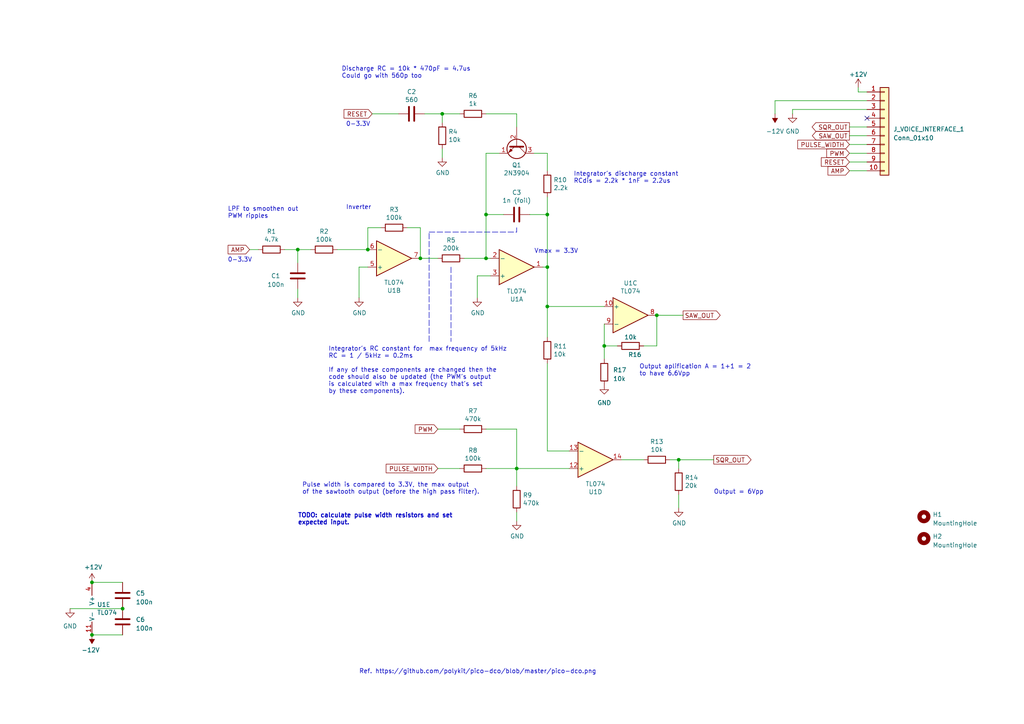
<source format=kicad_sch>
(kicad_sch (version 20230121) (generator eeschema)
  (paper "A4")
  (title_block (title "Single Voice DCO") (date "2023-03-31") (company "Shmøergh"))
  (lib_symbols
    (symbol "Amplifier_Operational:TL074" (pin_names (offset 0.127))
      (property "Reference" "U" (at 0 5.08 0))
      (property "Value" "TL074" (at 0 -5.08 0))
      (symbol "TL074_1_1"
        (polyline (pts (xy -5.08 5.08) (xy 5.08 0) (xy -5.08 -5.08) (xy -5.08 5.08)) (stroke (width 0.254)) (fill (type background)))
        (pin output line (at 7.62 0 180) (length 2.54) (name "~") (number "1"))
        (pin input line (at -7.62 -2.54 0) (length 2.54) (name "-") (number "2"))
        (pin input line (at -7.62 2.54 0) (length 2.54) (name "+") (number "3"))
      )
      (symbol "TL074_2_1"
        (polyline (pts (xy -5.08 5.08) (xy 5.08 0) (xy -5.08 -5.08) (xy -5.08 5.08)) (stroke (width 0.254)) (fill (type background)))
        (pin input line (at -7.62 2.54 0) (length 2.54) (name "+") (number "5"))
        (pin input line (at -7.62 -2.54 0) (length 2.54) (name "-") (number "6"))
        (pin output line (at 7.62 0 180) (length 2.54) (name "~") (number "7"))
      )
      (symbol "TL074_3_1"
        (polyline (pts (xy -5.08 5.08) (xy 5.08 0) (xy -5.08 -5.08) (xy -5.08 5.08)) (stroke (width 0.254)) (fill (type background)))
        (pin input line (at -7.62 2.54 0) (length 2.54) (name "+") (number "10"))
        (pin output line (at 7.62 0 180) (length 2.54) (name "~") (number "8"))
        (pin input line (at -7.62 -2.54 0) (length 2.54) (name "-") (number "9"))
      )
      (symbol "TL074_4_1"
        (polyline (pts (xy -5.08 5.08) (xy 5.08 0) (xy -5.08 -5.08) (xy -5.08 5.08)) (stroke (width 0.254)) (fill (type background)))
        (pin input line (at -7.62 2.54 0) (length 2.54) (name "+") (number "12"))
        (pin input line (at -7.62 -2.54 0) (length 2.54) (name "-") (number "13"))
        (pin output line (at 7.62 0 180) (length 2.54) (name "~") (number "14"))
      )
      (symbol "TL074_5_1"
        (pin power_in line (at -2.54 -7.62 90) (length 3.81) (name "V-") (number "11"))
        (pin power_in line (at -2.54 7.62 270) (length 3.81) (name "V+") (number "4"))
      )
    )
    (symbol "Connector_Generic:Conn_01x10" (pin_names (offset 1.016) hide)
      (property "Reference" "J" (at 0 12.7 0))
      (property "Value" "Conn_01x10" (at 0 -15.24 0))
      (symbol "Conn_01x10_1_1"
        (rectangle (start -1.27 -12.573) (end 0 -12.827) (stroke (width 0.1524)))
        (rectangle (start -1.27 -10.033) (end 0 -10.287) (stroke (width 0.1524)))
        (rectangle (start -1.27 -7.493) (end 0 -7.747) (stroke (width 0.1524)))
        (rectangle (start -1.27 -4.953) (end 0 -5.207) (stroke (width 0.1524)))
        (rectangle (start -1.27 -2.413) (end 0 -2.667) (stroke (width 0.1524)))
        (rectangle (start -1.27 0.127) (end 0 -0.127) (stroke (width 0.1524)))
        (rectangle (start -1.27 2.667) (end 0 2.413) (stroke (width 0.1524)))
        (rectangle (start -1.27 5.207) (end 0 4.953) (stroke (width 0.1524)))
        (rectangle (start -1.27 7.747) (end 0 7.493) (stroke (width 0.1524)))
        (rectangle (start -1.27 10.287) (end 0 10.033) (stroke (width 0.1524)))
        (rectangle (start -1.27 11.43) (end 1.27 -13.97) (stroke (width 0.254)) (fill (type background)))
        (pin passive line (at -5.08 10.16 0) (length 3.81) (name "Pin_1") (number "1"))
        (pin passive line (at -5.08 -12.7 0) (length 3.81) (name "Pin_10") (number "10"))
        (pin passive line (at -5.08 7.62 0) (length 3.81) (name "Pin_2") (number "2"))
        (pin passive line (at -5.08 5.08 0) (length 3.81) (name "Pin_3") (number "3"))
        (pin passive line (at -5.08 2.54 0) (length 3.81) (name "Pin_4") (number "4"))
        (pin passive line (at -5.08 0 0) (length 3.81) (name "Pin_5") (number "5"))
        (pin passive line (at -5.08 -2.54 0) (length 3.81) (name "Pin_6") (number "6"))
        (pin passive line (at -5.08 -5.08 0) (length 3.81) (name "Pin_7") (number "7"))
        (pin passive line (at -5.08 -7.62 0) (length 3.81) (name "Pin_8") (number "8"))
        (pin passive line (at -5.08 -10.16 0) (length 3.81) (name "Pin_9") (number "9"))
      )
    )
    (symbol "Device:C" (pin_numbers hide) (pin_names (offset 0.254))
      (property "Reference" "C" (at 0.635 2.54 0))
      (property "Value" "C" (at 0.635 -2.54 0))
      (symbol "C_0_1"
        (polyline (pts (xy -2.032 -0.762) (xy 2.032 -0.762)) (stroke (width 0.508)))
        (polyline (pts (xy -2.032 0.762) (xy 2.032 0.762)) (stroke (width 0.508)))
      )
      (symbol "C_1_1"
        (pin passive line (at 0 3.81 270) (length 2.794) (name "~") (number "1"))
        (pin passive line (at 0 -3.81 90) (length 2.794) (name "~") (number "2"))
      )
    )
    (symbol "Device:R" (pin_numbers hide) (pin_names (offset 0))
      (property "Reference" "R" (at 2.032 0 90))
      (property "Value" "R" (at 0 0 90))
      (symbol "R_0_1"
        (rectangle (start -1.016 -2.54) (end 1.016 2.54) (stroke (width 0.254)))
      )
      (symbol "R_1_1"
        (pin passive line (at 0 3.81 270) (length 1.27) (name "~") (number "1"))
        (pin passive line (at 0 -3.81 90) (length 1.27) (name "~") (number "2"))
      )
    )
    (symbol "Mechanical:MountingHole" (pin_names (offset 1.016))
      (property "Reference" "H" (at 0 5.08 0))
      (property "Value" "MountingHole" (at 0 3.175 0))
      (symbol "MountingHole_0_1"
        (circle (center 0 0) (radius 1.27) (stroke (width 1.27)))
      )
    )
    (symbol "Transistor_BJT:2N3904" (pin_names (offset 0) hide)
      (property "Reference" "Q" (at 5.08 1.905 0))
      (property "Value" "2N3904" (at 5.08 0 0))
      (symbol "2N3904_0_1"
        (polyline (pts (xy 0.635 0.635) (xy 2.54 2.54)))
        (polyline (pts (xy 0.635 -0.635) (xy 2.54 -2.54) (xy 2.54 -2.54)))
        (polyline (pts (xy 0.635 1.905) (xy 0.635 -1.905) (xy 0.635 -1.905)) (stroke (width 0.508)))
        (polyline (pts (xy 1.27 -1.778) (xy 1.778 -1.27) (xy 2.286 -2.286) (xy 1.27 -1.778) (xy 1.27 -1.778)) (fill (type outline)))
        (circle (center 1.27 0) (radius 2.8194) (stroke (width 0.254)))
      )
      (symbol "2N3904_1_1"
        (pin passive line (at 2.54 -5.08 90) (length 2.54) (name "E") (number "1"))
        (pin passive line (at -5.08 0 0) (length 5.715) (name "B") (number "2"))
        (pin passive line (at 2.54 5.08 270) (length 2.54) (name "C") (number "3"))
      )
    )
    (symbol "power:+12V" (power) (pin_names (offset 0))
      (property "Value" "+12V" (at 0 3.556 0))
      (symbol "+12V_0_1"
        (polyline (pts (xy -0.762 1.27) (xy 0 2.54)))
        (polyline (pts (xy 0 0) (xy 0 2.54)))
        (polyline (pts (xy 0 2.54) (xy 0.762 1.27)))
      )
      (symbol "+12V_1_1"
        (pin power_in line (at 0 0 90) (length 0) hide (name "+12V") (number "1"))
      )
    )
    (symbol "power:-12V" (power) (pin_names (offset 0))
      (property "Value" "-12V" (at 0 3.81 0))
      (symbol "-12V_0_0"
        (pin power_in line (at 0 0 90) (length 0) hide (name "-12V") (number "1"))
      )
      (symbol "-12V_0_1"
        (polyline (pts (xy 0 0) (xy 0 1.27) (xy 0.762 1.27) (xy 0 2.54) (xy -0.762 1.27) (xy 0 1.27)) (fill (type outline)))
      )
    )
    (symbol "power:GND" (power) (pin_names (offset 0))
      (property "Value" "GND" (at 0 -3.81 0))
      (symbol "GND_0_1"
        (polyline (pts (xy 0 0) (xy 0 -1.27) (xy 1.27 -1.27) (xy 0 -2.54) (xy -1.27 -1.27) (xy 0 -1.27)))
      )
      (symbol "GND_1_1"
        (pin power_in line (at 0 0 270) (length 0) hide (name "GND") (number "1"))
      )
    )
  )
  (junction (at 140.97 62.23))
  (junction (at 86.36 72.39))
  (junction (at 175.26 100.33))
  (junction (at 158.75 77.47))
  (junction (at 190.5 91.44))
  (junction (at 35.56 176.53))
  (junction (at 128.27 33.02))
  (junction (at 149.86 135.89))
  (junction (at 158.75 88.9))
  (junction (at 196.85 133.35))
  (junction (at 140.97 74.93))
  (junction (at 106.68 72.39))
  (junction (at 158.75 62.23))
  (junction (at 26.67 184.15))
  (junction (at 26.67 168.91))
  (junction (at 121.92 74.93))
  (no_connect (at 251.46 34.29))
  (wire (pts (xy 246.38 46.99) (xy 251.46 46.99)))
  (wire (pts (xy 158.75 62.23) (xy 158.75 57.15)))
  (wire (pts (xy 142.24 80.01) (xy 138.43 80.01)))
  (wire (pts (xy 158.75 77.47) (xy 158.75 88.9)))
  (wire (pts (xy 190.5 91.44) (xy 198.12 91.44)))
  (wire (pts (xy 175.26 100.33) (xy 179.07 100.33)))
  (wire (pts (xy 165.1 135.89) (xy 149.86 135.89)))
  (wire (pts (xy 86.36 76.2) (xy 86.36 72.39)))
  (wire (pts (xy 26.67 184.15) (xy 35.56 184.15)))
  (wire (pts (xy 127 135.89) (xy 133.35 135.89)))
  (wire (pts (xy 138.43 80.01) (xy 138.43 86.36)))
  (wire (pts (xy 149.86 148.59) (xy 149.86 151.13)))
  (wire (pts (xy 180.34 133.35) (xy 186.69 133.35)))
  (wire (pts (xy 190.5 100.33) (xy 190.5 91.44)))
  (wire (pts (xy 86.36 72.39) (xy 90.17 72.39)))
  (polyline (pts (xy 149.86 66.04) (xy 149.86 67.31)) (stroke (width 0) (type dash)))
  (wire (pts (xy 127 124.46) (xy 133.35 124.46)))
  (wire (pts (xy 128.27 35.56) (xy 128.27 33.02)))
  (wire (pts (xy 157.48 77.47) (xy 158.75 77.47)))
  (wire (pts (xy 121.92 66.04) (xy 121.92 74.93)))
  (wire (pts (xy 104.14 77.47) (xy 104.14 86.36)))
  (wire (pts (xy 246.38 39.37) (xy 251.46 39.37)))
  (wire (pts (xy 158.75 88.9) (xy 175.26 88.9)))
  (wire (pts (xy 224.79 29.21) (xy 251.46 29.21)))
  (wire (pts (xy 140.97 33.02) (xy 149.86 33.02)))
  (wire (pts (xy 106.68 77.47) (xy 104.14 77.47)))
  (wire (pts (xy 175.26 93.98) (xy 175.26 100.33)))
  (wire (pts (xy 20.32 176.53) (xy 35.56 176.53)))
  (polyline (pts (xy 130.81 77.47) (xy 130.81 99.06)) (stroke (width 0) (type dash)))
  (wire (pts (xy 175.26 100.33) (xy 175.26 104.14)))
  (wire (pts (xy 158.75 62.23) (xy 153.67 62.23)))
  (wire (pts (xy 186.69 100.33) (xy 190.5 100.33)))
  (wire (pts (xy 248.92 26.67) (xy 251.46 26.67)))
  (wire (pts (xy 140.97 62.23) (xy 140.97 74.93)))
  (wire (pts (xy 72.39 72.39) (xy 74.93 72.39)))
  (wire (pts (xy 246.38 36.83) (xy 251.46 36.83)))
  (wire (pts (xy 149.86 135.89) (xy 140.97 135.89)))
  (wire (pts (xy 165.1 130.81) (xy 158.75 130.81)))
  (wire (pts (xy 149.86 33.02) (xy 149.86 36.83)))
  (wire (pts (xy 248.92 25.4) (xy 248.92 26.67)))
  (wire (pts (xy 229.87 31.75) (xy 251.46 31.75)))
  (wire (pts (xy 128.27 43.18) (xy 128.27 45.72)))
  (wire (pts (xy 246.38 41.91) (xy 251.46 41.91)))
  (wire (pts (xy 158.75 130.81) (xy 158.75 105.41)))
  (wire (pts (xy 158.75 77.47) (xy 158.75 62.23)))
  (wire (pts (xy 86.36 83.82) (xy 86.36 86.36)))
  (wire (pts (xy 229.87 33.02) (xy 229.87 31.75)))
  (wire (pts (xy 194.31 133.35) (xy 196.85 133.35)))
  (wire (pts (xy 107.95 33.02) (xy 115.57 33.02)))
  (wire (pts (xy 224.79 33.02) (xy 224.79 29.21)))
  (wire (pts (xy 144.78 44.45) (xy 140.97 44.45)))
  (wire (pts (xy 110.49 66.04) (xy 106.68 66.04)))
  (wire (pts (xy 154.94 44.45) (xy 158.75 44.45)))
  (wire (pts (xy 106.68 66.04) (xy 106.68 72.39)))
  (polyline (pts (xy 124.46 67.31) (xy 149.86 67.31)) (stroke (width 0) (type dash)))
  (wire (pts (xy 134.62 74.93) (xy 140.97 74.93)))
  (wire (pts (xy 97.79 72.39) (xy 106.68 72.39)))
  (wire (pts (xy 196.85 133.35) (xy 196.85 135.89)))
  (wire (pts (xy 246.38 49.53) (xy 251.46 49.53)))
  (wire (pts (xy 196.85 133.35) (xy 207.01 133.35)))
  (wire (pts (xy 246.38 44.45) (xy 251.46 44.45)))
  (wire (pts (xy 140.97 74.93) (xy 142.24 74.93)))
  (wire (pts (xy 140.97 44.45) (xy 140.97 62.23)))
  (wire (pts (xy 123.19 33.02) (xy 128.27 33.02)))
  (wire (pts (xy 158.75 88.9) (xy 158.75 97.79)))
  (wire (pts (xy 128.27 33.02) (xy 133.35 33.02)))
  (wire (pts (xy 158.75 49.53) (xy 158.75 44.45)))
  (wire (pts (xy 82.55 72.39) (xy 86.36 72.39)))
  (wire (pts (xy 140.97 62.23) (xy 146.05 62.23)))
  (wire (pts (xy 196.85 143.51) (xy 196.85 147.32)))
  (wire (pts (xy 26.67 168.91) (xy 35.56 168.91)))
  (wire (pts (xy 149.86 124.46) (xy 149.86 135.89)))
  (wire (pts (xy 149.86 135.89) (xy 149.86 140.97)))
  (wire (pts (xy 149.86 124.46) (xy 140.97 124.46)))
  (wire (pts (xy 121.92 74.93) (xy 127 74.93)))
  (polyline (pts (xy 124.46 99.06) (xy 124.46 67.31)) (stroke (width 0) (type dash)))
  (wire (pts (xy 118.11 66.04) (xy 121.92 66.04)))
  (text "Pulse width is compared to 3.3V, the max output\nof the sawtooth output (before the high pass filter)." (at 87.63 143.51 0) (effects (font (size 1.27 1.27)) (justify left bottom)))
  (text "Inverter" (at 100.33 60.96 0) (effects (font (size 1.27 1.27)) (justify left bottom)))
  (text "Idea: can I use the amp input \nfor envelope control?" (at -49.53 96.52 0) (effects (font (size 1.27 1.27) (thickness 0.254) bold) (justify left bottom)))
  (text "Vmax = 3.3V" (at 154.94 73.66 0) (effects (font (size 1.27 1.27)) (justify left bottom)))
  (text "TODO: calculate pulse width resistors and set\nexpected input." (at 86.36 152.4 0) (effects (font (size 1.27 1.27) (thickness 0.254) bold) (justify left bottom)))
  (text "Output = 6Vpp" (at 207.01 143.51 0) (effects (font (size 1.27 1.27)) (justify left bottom)))
  (text "0-3.3V" (at 66.04 76.2 0) (effects (font (size 1.27 1.27)) (justify left bottom)))
  (text "charge_voltage = target_voltage * note_frequency / max_frequency\n\nwhere\nmax_frequency = 5kHz\ntarget_voltage = 3.3V\n\nSet frequency and amp to 0 to close output" (at -74.93 34.29 0) (effects (font (size 1.27 1.27)) (justify left bottom)))
  (text "Output aplification A = 1+1 = 2\nto have 6.6Vpp" (at 185.42 109.22 0) (effects (font (size 1.27 1.27)) (justify left bottom)))
  (text "Integrator's discharge constant\nRCdis = 2.2k * 1nF = 2.2us" (at 166.37 53.34 0) (effects (font (size 1.27 1.27)) (justify left bottom)))
  (text "Note: there's no AC coupling on the outout\nof these voice cards. This assumes there's\nAC coupling happening somewhere along\nthe signal path." (at -74.93 46.99 0) (effects (font (size 1.27 1.27)) (justify left bottom)))
  (text "LPF to smoothen out\nPWM ripples" (at 66.04 63.5 0) (effects (font (size 1.27 1.27)) (justify left bottom)))
  (text "Discharge RC = 10k * 470pF = 4.7us\nCould go with 560p too" (at 99.06 22.86 0) (effects (font (size 1.27 1.27)) (justify left bottom)))
  (text "Integrator's RC constant for  max frequency of 5kHz\nRC = 1 / 5kHz = 0.2ms\n\nIf any of these components are changed then the \ncode should also be updated (the PWM's output\nis calculated with a max frequency that's set\nby these components)." (at 95.25 114.3 0) (effects (font (size 1.27 1.27)) (justify left bottom)))
  (text "0-3.3V" (at 100.33 36.83 0) (effects (font (size 1.27 1.27)) (justify left bottom)))
  (text "Ref. https://github.com/polykit/pico-dco/blob/master/pico-dco.png" (at 104.14 195.58 0) (effects (font (size 1.27 1.27)) (justify left bottom)))
  (global_label "PULSE_WIDTH" (shape input) (at 246.38 41.91 180) (property "Intersheetrefs" "${INTERSHEET_REFS}" (effects hide)))
  (global_label "RESET" (shape input) (at 107.95 33.02 180) (property "Intersheetrefs" "${INTERSHEET_REFS}" (effects hide)))
  (global_label "PWM" (shape input) (at 246.38 44.45 180) (property "Intersheetrefs" "${INTERSHEET_REFS}" (effects hide)))
  (global_label "AMP" (shape input) (at 246.38 49.53 180) (property "Intersheetrefs" "${INTERSHEET_REFS}" (effects hide)))
  (global_label "PWM" (shape input) (at 127 124.46 180) (property "Intersheetrefs" "${INTERSHEET_REFS}" (effects hide)))
  (global_label "SQR_OUT" (shape output) (at 207.01 133.35 0) (property "Intersheetrefs" "${INTERSHEET_REFS}" (effects hide)))
  (global_label "AMP" (shape input) (at 72.39 72.39 180) (property "Intersheetrefs" "${INTERSHEET_REFS}" (effects hide)))
  (global_label "RESET" (shape input) (at 246.38 46.99 180) (property "Intersheetrefs" "${INTERSHEET_REFS}" (effects hide)))
  (global_label "SAW_OUT" (shape output) (at 198.12 91.44 0) (property "Intersheetrefs" "${INTERSHEET_REFS}" (effects hide)))
  (global_label "SAW_OUT" (shape output) (at 246.38 39.37 180) (property "Intersheetrefs" "${INTERSHEET_REFS}" (effects hide)))
  (global_label "PULSE_WIDTH" (shape input) (at 127 135.89 180) (property "Intersheetrefs" "${INTERSHEET_REFS}" (effects hide)))
  (global_label "SQR_OUT" (shape output) (at 246.38 36.83 180) (property "Intersheetrefs" "${INTERSHEET_REFS}" (effects hide)))
  (symbol (lib_id "Connector_Generic:Conn_01x10") (at 256.54 36.83 0) (unit 1)
    (property "Reference" "J_VOICE_INTERFACE_1" (at 259.08 37.465 0) (effects (justify left)))
    (property "Value" "Conn_01x10" (at 259.08 40.005 0) (effects (justify left)))
    (property "Footprint" "Connector_PinHeader_2.54mm:PinHeader_1x10_P2.54mm_Vertical" (effects hide))
  )
  (symbol (lib_id "Device:C") (at 119.38 33.02 270) (unit 1)
    (property "Reference" "C2" (at 119.38 26.6192 90))
    (property "Value" "560" (at 119.38 28.9306 90))
    (property "Footprint" "Capacitor_THT:C_Disc_D3.4mm_W2.1mm_P2.50mm" (effects hide))
  )
  (symbol (lib_id "Device:R") (at 182.88 100.33 90) (unit 1)
    (property "Reference" "R16" (at 184.15 102.87 90))
    (property "Value" "10k" (at 182.88 97.79 90))
    (property "Footprint" "Shmoergh_Custom_Footprints:R_Axial_DIN0207_L6.3mm_D2.5mm_P7.62mm_Horizontal" (effects hide))
  )
  (symbol (lib_id "Device:R") (at 114.3 66.04 270) (unit 1)
    (property "Reference" "R3" (at 114.3 60.7822 90))
    (property "Value" "100k" (at 114.3 63.0936 90))
    (property "Footprint" "Shmoergh_Custom_Footprints:R_Axial_DIN0207_L6.3mm_D2.5mm_P7.62mm_Horizontal" (effects hide))
  )
  (symbol (lib_id "Device:R") (at 137.16 124.46 90) (unit 1)
    (property "Reference" "R7" (at 137.16 119.2022 90))
    (property "Value" "470k" (at 137.16 121.5136 90))
    (property "Footprint" "Shmoergh_Custom_Footprints:R_Axial_DIN0207_L6.3mm_D2.5mm_P7.62mm_Horizontal" (effects hide))
  )
  (symbol (lib_id "power:GND") (at 196.85 147.32 0) (unit 1)
    (property "Reference" "#PWR07" (effects hide))
    (property "Value" "GND" (at 196.977 151.7142 0))
  )
  (symbol (lib_id "power:GND") (at 229.87 33.02 0) (unit 1)
    (property "Reference" "#PWR010" (effects hide))
    (property "Value" "GND" (at 229.87 38.1 0))
  )
  (symbol (lib_id "Device:C") (at 149.86 62.23 270) (unit 1)
    (property "Reference" "C3" (at 149.86 55.8292 90))
    (property "Value" "1n (foil)" (at 149.86 58.1406 90))
    (property "Footprint" "Capacitor_THT:C_Rect_L7.2mm_W4.5mm_P5.00mm_FKS2_FKP2_MKS2_MKP2" (effects hide))
  )
  (symbol (lib_id "Device:R") (at 175.26 107.95 0) (unit 1)
    (property "Reference" "R17" (at 177.8 107.315 0) (effects (justify left)))
    (property "Value" "10k" (at 177.8 109.855 0) (effects (justify left)))
    (property "Footprint" "Shmoergh_Custom_Footprints:R_Axial_DIN0207_L6.3mm_D2.5mm_P7.62mm_Horizontal" (effects hide))
  )
  (symbol (lib_id "Device:R") (at 137.16 135.89 90) (unit 1)
    (property "Reference" "R8" (at 137.16 130.6322 90))
    (property "Value" "100k" (at 137.16 132.9436 90))
    (property "Footprint" "Shmoergh_Custom_Footprints:R_Axial_DIN0207_L6.3mm_D2.5mm_P7.62mm_Horizontal" (effects hide))
  )
  (symbol (lib_id "power:GND") (at 128.27 45.72 0) (unit 1)
    (property "Reference" "#PWR03" (effects hide))
    (property "Value" "GND" (at 128.397 50.1142 0))
  )
  (symbol (lib_id "power:GND") (at 138.43 86.36 0) (unit 1)
    (property "Reference" "#PWR04" (effects hide))
    (property "Value" "GND" (at 138.557 90.7542 0))
  )
  (symbol (lib_id "power:-12V") (at 26.67 184.15 180) (unit 1)
    (property "Reference" "#PWR09" (effects hide))
    (property "Value" "-12V" (at 26.289 188.5442 0))
  )
  (symbol (lib_id "Transistor_BJT:2N3904") (at 149.86 41.91 270) (unit 1)
    (property "Reference" "Q1" (at 149.86 47.879 90))
    (property "Value" "2N3904" (at 149.86 50.1904 90))
    (property "Footprint" "Package_TO_SOT_THT:TO-92_Wide" (effects hide))
    (property "Datasheet" "https://www.onsemi.com/pub/Collateral/2N3903-D.PDF" (effects hide))
  )
  (symbol (lib_id "Mechanical:MountingHole") (at 267.97 149.86 0) (unit 1)
    (property "Reference" "H1" (at 270.51 149.225 0) (effects (justify left)))
    (property "Value" "MountingHole" (at 270.51 151.765 0) (effects (justify left)))
    (property "Footprint" "MountingHole:MountingHole_3mm_Pad" (effects hide))
  )
  (symbol (lib_id "Device:R") (at 137.16 33.02 270) (unit 1)
    (property "Reference" "R6" (at 137.16 27.7622 90))
    (property "Value" "1k" (at 137.16 30.0736 90))
    (property "Footprint" "Shmoergh_Custom_Footprints:R_Axial_DIN0207_L6.3mm_D2.5mm_P7.62mm_Horizontal" (effects hide))
  )
  (symbol (lib_id "Device:R") (at 190.5 133.35 270) (unit 1)
    (property "Reference" "R13" (at 190.5 128.0922 90))
    (property "Value" "10k" (at 190.5 130.4036 90))
    (property "Footprint" "Shmoergh_Custom_Footprints:R_Axial_DIN0207_L6.3mm_D2.5mm_P7.62mm_Horizontal" (effects hide))
  )
  (symbol (lib_id "Device:R") (at 158.75 101.6 180) (unit 1)
    (property "Reference" "R11" (at 160.528 100.4316 0) (effects (justify right)))
    (property "Value" "10k" (at 160.528 102.743 0) (effects (justify right)))
    (property "Footprint" "Shmoergh_Custom_Footprints:R_Axial_DIN0207_L6.3mm_D2.5mm_P7.62mm_Horizontal" (effects hide))
  )
  (symbol (lib_id "Amplifier_Operational:TL074") (at 149.86 77.47 0) (mirror x) (unit 1)
    (property "Reference" "U1" (at 149.86 86.7918 0))
    (property "Value" "TL074" (at 149.86 84.4804 0))
    (property "Footprint" "Package_DIP:DIP-14_W7.62mm_Socket_LongPads" (effects hide))
    (property "Datasheet" "http://www.ti.com/lit/ds/symlink/tl071.pdf" (effects hide))
  )
  (symbol (lib_id "Device:R") (at 93.98 72.39 270) (unit 1)
    (property "Reference" "R2" (at 93.98 67.1322 90))
    (property "Value" "100k" (at 93.98 69.4436 90))
    (property "Footprint" "Shmoergh_Custom_Footprints:R_Axial_DIN0207_L6.3mm_D2.5mm_P7.62mm_Horizontal" (effects hide))
  )
  (symbol (lib_id "Amplifier_Operational:TL074") (at 172.72 133.35 0) (mirror x) (unit 4)
    (property "Reference" "U1" (at 172.72 142.6718 0))
    (property "Value" "TL074" (at 172.72 140.3604 0))
    (property "Footprint" "Package_DIP:DIP-14_W7.62mm_Socket_LongPads" (effects hide))
    (property "Datasheet" "http://www.ti.com/lit/ds/symlink/tl071.pdf" (effects hide))
  )
  (symbol (lib_id "power:GND") (at 20.32 176.53 0) (unit 1)
    (property "Reference" "#PWR013" (effects hide))
    (property "Value" "GND" (at 20.32 181.61 0))
  )
  (symbol (lib_id "power:GND") (at 86.36 86.36 0) (unit 1)
    (property "Reference" "#PWR01" (effects hide))
    (property "Value" "GND" (at 86.487 90.7542 0))
  )
  (symbol (lib_id "Device:R") (at 196.85 139.7 0) (unit 1)
    (property "Reference" "R14" (at 198.628 138.5316 0) (effects (justify left)))
    (property "Value" "20k" (at 198.628 140.843 0) (effects (justify left)))
    (property "Footprint" "Shmoergh_Custom_Footprints:R_Axial_DIN0207_L6.3mm_D2.5mm_P7.62mm_Horizontal" (effects hide))
  )
  (symbol (lib_id "Device:R") (at 149.86 144.78 0) (unit 1)
    (property "Reference" "R9" (at 151.638 143.6116 0) (effects (justify left)))
    (property "Value" "470k" (at 151.638 145.923 0) (effects (justify left)))
    (property "Footprint" "Shmoergh_Custom_Footprints:R_Axial_DIN0207_L6.3mm_D2.5mm_P7.62mm_Horizontal" (effects hide))
  )
  (symbol (lib_id "Mechanical:MountingHole") (at 267.97 156.21 0) (unit 1)
    (property "Reference" "H2" (at 270.51 155.575 0) (effects (justify left)))
    (property "Value" "MountingHole" (at 270.51 158.115 0) (effects (justify left)))
    (property "Footprint" "MountingHole:MountingHole_3mm_Pad" (effects hide))
  )
  (symbol (lib_id "power:GND") (at 104.14 86.36 0) (unit 1)
    (property "Reference" "#PWR02" (effects hide))
    (property "Value" "GND" (at 104.267 90.7542 0))
  )
  (symbol (lib_id "power:GND") (at 175.26 111.76 0) (unit 1)
    (property "Reference" "#PWR014" (effects hide))
    (property "Value" "GND" (at 175.26 116.84 0))
  )
  (symbol (lib_id "Amplifier_Operational:TL074") (at 114.3 74.93 0) (mirror x) (unit 2)
    (property "Reference" "U1" (at 114.3 84.2518 0))
    (property "Value" "TL074" (at 114.3 81.9404 0))
    (property "Footprint" "Package_DIP:DIP-14_W7.62mm_Socket_LongPads" (effects hide))
    (property "Datasheet" "http://www.ti.com/lit/ds/symlink/tl071.pdf" (effects hide))
  )
  (symbol (lib_id "power:-12V") (at 224.79 33.02 180) (unit 1)
    (property "Reference" "#PWR011" (effects hide))
    (property "Value" "-12V" (at 224.79 38.1 0))
  )
  (symbol (lib_id "power:+12V") (at 26.67 168.91 0) (unit 1)
    (property "Reference" "#PWR08" (effects hide))
    (property "Value" "+12V" (at 27.051 164.5158 0))
  )
  (symbol (lib_id "Device:R") (at 78.74 72.39 270) (unit 1)
    (property "Reference" "R1" (at 78.74 67.1322 90))
    (property "Value" "4.7k" (at 78.74 69.4436 90))
    (property "Footprint" "Shmoergh_Custom_Footprints:R_Axial_DIN0207_L6.3mm_D2.5mm_P7.62mm_Horizontal" (effects hide))
  )
  (symbol (lib_id "Device:C") (at 35.56 172.72 0) (unit 1)
    (property "Reference" "C5" (at 39.37 172.085 0) (effects (justify left)))
    (property "Value" "100n" (at 39.37 174.625 0) (effects (justify left)))
    (property "Footprint" "Capacitor_THT:C_Disc_D3.4mm_W2.1mm_P2.50mm" (effects hide))
  )
  (symbol (lib_id "power:GND") (at 149.86 151.13 0) (unit 1)
    (property "Reference" "#PWR05" (effects hide))
    (property "Value" "GND" (at 149.987 155.5242 0))
  )
  (symbol (lib_id "power:+12V") (at 248.92 25.4 0) (unit 1)
    (property "Reference" "#PWR012" (effects hide))
    (property "Value" "+12V" (at 248.92 21.59 0))
  )
  (symbol (lib_id "Device:R") (at 128.27 39.37 0) (unit 1)
    (property "Reference" "R4" (at 130.048 38.2016 0) (effects (justify left)))
    (property "Value" "10k" (at 130.048 40.513 0) (effects (justify left)))
    (property "Footprint" "Shmoergh_Custom_Footprints:R_Axial_DIN0207_L6.3mm_D2.5mm_P7.62mm_Horizontal" (effects hide))
  )
  (symbol (lib_id "Device:R") (at 130.81 74.93 270) (unit 1)
    (property "Reference" "R5" (at 130.81 69.6722 90))
    (property "Value" "200k" (at 130.81 71.9836 90))
    (property "Footprint" "Shmoergh_Custom_Footprints:R_Axial_DIN0207_L6.3mm_D2.5mm_P7.62mm_Horizontal" (effects hide))
  )
  (symbol (lib_id "Device:C") (at 35.56 180.34 0) (unit 1)
    (property "Reference" "C6" (at 39.37 179.705 0) (effects (justify left)))
    (property "Value" "100n" (at 39.37 182.245 0) (effects (justify left)))
    (property "Footprint" "Capacitor_THT:C_Disc_D3.4mm_W2.1mm_P2.50mm" (effects hide))
  )
  (symbol (lib_id "Amplifier_Operational:TL074") (at 29.21 176.53 0) (unit 5)
    (property "Reference" "U1" (at 28.1432 175.3616 0) (effects (justify left)))
    (property "Value" "TL074" (at 28.1432 177.673 0) (effects (justify left)))
    (property "Footprint" "Package_DIP:DIP-14_W7.62mm_Socket_LongPads" (effects hide))
    (property "Datasheet" "http://www.ti.com/lit/ds/symlink/tl071.pdf" (effects hide))
  )
  (symbol (lib_id "Device:C") (at 86.36 80.01 0) (unit 1)
    (property "Reference" "C1" (at 79.9592 80.01 0))
    (property "Value" "100n" (at 80.01 82.55 0))
    (property "Footprint" "Capacitor_THT:C_Disc_D3.4mm_W2.1mm_P2.50mm" (effects hide))
  )
  (symbol (lib_id "Amplifier_Operational:TL074") (at 182.88 91.44 0) (unit 3)
    (property "Reference" "U1" (at 182.88 82.1182 0))
    (property "Value" "TL074" (at 182.88 84.4296 0))
    (property "Footprint" "Package_DIP:DIP-14_W7.62mm_Socket_LongPads" (effects hide))
    (property "Datasheet" "http://www.ti.com/lit/ds/symlink/tl071.pdf" (effects hide))
  )
  (symbol (lib_id "Device:R") (at 158.75 53.34 0) (unit 1)
    (property "Reference" "R10" (at 160.528 52.1716 0) (effects (justify left)))
    (property "Value" "2.2k" (at 160.528 54.483 0) (effects (justify left)))
    (property "Footprint" "Shmoergh_Custom_Footprints:R_Axial_DIN0207_L6.3mm_D2.5mm_P7.62mm_Horizontal" (effects hide))
  )
)
</source>
